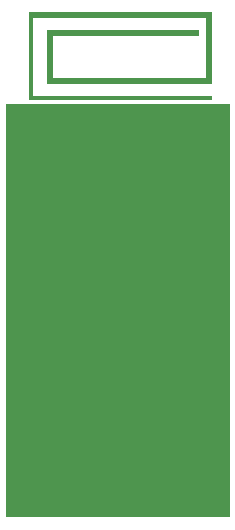
<source format=gbr>
*G04 Gerber written by EMPIRE*
G04 Layer: Copper*
%FSLAX34Y34*%
%MOMM*%
%ADD10C,0.00100*%
G54D10*
%INEMPIRE*%
%LPD*%
G36*
X0000Y-00000D02*
X190000Y-00000D01*
X190000Y-350000D01*
X0000Y-350000D01*
X0000Y-00000D01*
X190000Y-00000D01*
X0000Y-00000D01*
G37*
%LPD*%
G36*
X175000Y7000D02*
X23500Y7000D01*
X23500Y72500D01*
X170000Y72500D01*
X170000Y22000D01*
X40000Y22000D01*
X40000Y57750D01*
X163530Y57750D01*
X163500Y62500D01*
X35000Y62500D01*
X35000Y17000D01*
X175000Y17000D01*
X175000Y77500D01*
X20000Y77500D01*
X20000Y3600D01*
X175000Y3600D01*
X175000Y7000D01*
X23500Y7000D01*
X175000Y7000D01*
G37*
%LPD*%
G36*
X175000Y-00000D02*
X155000Y-00000D01*
X175000Y-00000D01*
X155000Y-00000D01*
X175000Y-00000D01*
G37*
%LPD*%
G36*
X175000Y3600D02*
X155000Y3600D01*
X175000Y3600D01*
X155000Y3600D01*
X175000Y3600D01*
G37*
%LPD*%
G36*
X155000Y3600D02*
X175000Y3600D01*
X155000Y3600D01*
X175000Y3600D01*
X155000Y3600D01*
G37*
%LPD*%
G36*
X175000Y-00000D02*
X155000Y-00000D01*
X175000Y-00000D01*
X155000Y-00000D01*
X175000Y-00000D01*
G37*
%LPD*%
G36*
X155000Y-00000D02*
X175000Y-00000D01*
X155000Y-00000D01*
X175000Y-00000D01*
X155000Y-00000D01*
G37*
%LPD*%
G36*
X155000Y-00000D02*
X175000Y-00000D01*
X155000Y-00000D01*
X175000Y-00000D01*
X155000Y-00000D01*
G37*
%LPD*%
G36*
X175000Y3600D02*
X155000Y3600D01*
X175000Y3600D01*
X155000Y3600D01*
X175000Y3600D01*
G37*
%LPD*%
G36*
X155000Y3600D02*
X175000Y3600D01*
X155000Y3600D01*
X175000Y3600D01*
X155000Y3600D01*
G37*
%LPD*%
G36*
X175000Y-00000D02*
X165000Y3600D01*
X175000Y-00000D01*
X165000Y3600D01*
X175000Y-00000D01*
G37*
%LPD*%
G36*
X155000Y-00000D02*
X165000Y3600D01*
X155000Y-00000D01*
X165000Y3600D01*
X155000Y-00000D01*
G37*
%LPD*%
G36*
X155000Y-00000D02*
X165000Y3600D01*
X155000Y-00000D01*
X165000Y3600D01*
X155000Y-00000D01*
G37*
%LPD*%
G36*
X175000Y-00000D02*
X165000Y3600D01*
X175000Y-00000D01*
X165000Y3600D01*
X175000Y-00000D01*
G37*
%LPD*%
G36*
X155000Y-00000D02*
X155000Y3600D01*
X155000Y-00000D01*
X155000Y3600D01*
X155000Y-00000D01*
G37*
%LPD*%
G36*
X175000Y-00000D02*
X175000Y3600D01*
X175000Y-00000D01*
X175000Y3600D01*
X175000Y-00000D01*
G37*
%LPD*%
G36*
X155000Y3600D02*
X155000Y-00000D01*
X155000Y3600D01*
X155000Y-00000D01*
X155000Y3600D01*
G37*
%LPD*%
G36*
X175000Y3600D02*
X175000Y-00000D01*
X175000Y3600D01*
X175000Y-00000D01*
X175000Y3600D01*
G37*
%LPD*%
G36*
X175000Y3600D02*
X175000Y-00000D01*
X175000Y3600D01*
X175000Y-00000D01*
X175000Y3600D01*
G37*
%LPD*%
G36*
X175000Y-00000D02*
X175000Y3600D01*
X175000Y-00000D01*
X175000Y3600D01*
X175000Y-00000D01*
G37*
%LPD*%
G36*
X155000Y3600D02*
X155000Y-00000D01*
X155000Y3600D01*
X155000Y-00000D01*
X155000Y3600D01*
G37*
%LPD*%
G36*
X155000Y-00000D02*
X155000Y3600D01*
X155000Y-00000D01*
X155000Y3600D01*
X155000Y-00000D01*
G37*
%LPD*%
G36*
X155000Y3600D02*
X155000Y3600D01*
X155000Y3600D01*
X155000Y3600D01*
G37*
%LPD*%
G36*
X175000Y-00000D02*
X175000Y-00000D01*
X175000Y-00000D01*
X175000Y-00000D01*
G37*
%LPD*%
G36*
X155000Y3600D02*
X155000Y3600D01*
X155000Y3600D01*
X155000Y3600D01*
G37*
%LPD*%
G36*
X175000Y-00000D02*
X175000Y-00000D01*
X175000Y-00000D01*
X175000Y-00000D01*
G37*
%LPD*%
G36*
X175000Y3600D02*
X175000Y3600D01*
X175000Y3600D01*
X175000Y3600D01*
G37*
%LPD*%
G36*
X175000Y3600D02*
X175000Y3600D01*
X175000Y3600D01*
X175000Y3600D01*
G37*
%LPD*%
G36*
X155000Y-00000D02*
X155000Y-00000D01*
X155000Y-00000D01*
X155000Y-00000D01*
G37*
%LPD*%
G36*
X155000Y-00000D02*
X155000Y-00000D01*
X155000Y-00000D01*
X155000Y-00000D01*
G37*
M02*

</source>
